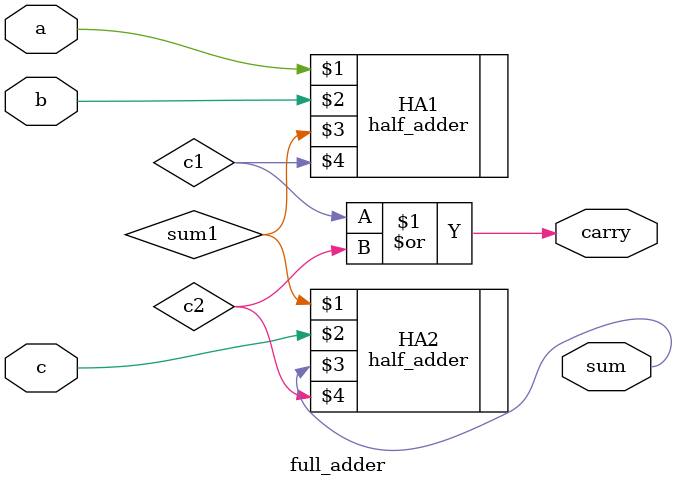
<source format=v>
module full_adder(
    input a, b, c,
    output sum, carry
);
    wire sum1, c1, c2;

    half_adder HA1 (a, b, sum1, c1);      // First Half Adder
    half_adder HA2 (sum1, c, sum, c2);  // Second Half Adder
    or U_OR (carry, c1, c2);               // OR the carry bits
endmodule
</source>
